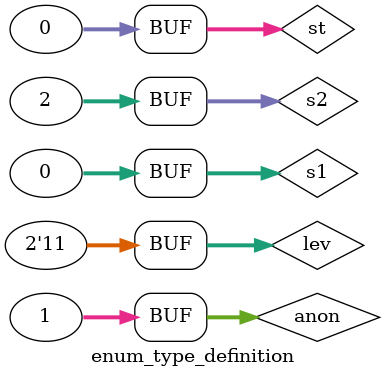
<source format=sv>

module enum_type_definition;

  // Named type via typedef
  typedef enum { IDLE, RUNNING, DONE } state_t;
  state_t s1;
  state_t s2;
  assign s1 = IDLE;
  assign s2 = DONE;

  // Named type with explicit base type
  typedef enum logic [1:0] { OFF, LOW, MED, HIGH } level_t;
  level_t lev;
  assign lev = HIGH;

  // Named type with explicit member values
  typedef enum int { ERR = -1, OK = 0, WARN = 1 } status_t;
  status_t st;
  assign st = OK;

  // Anonymous enum -- members injected into scope, no named type
  enum { X, Y, Z } anon;
  assign anon = Y;

endmodule

</source>
